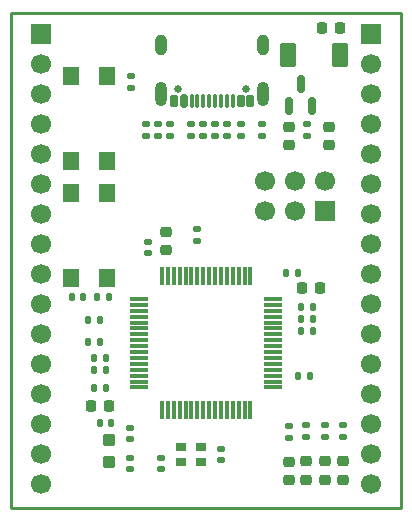
<source format=gbr>
%TF.GenerationSoftware,KiCad,Pcbnew,9.0.0*%
%TF.CreationDate,2025-09-12T19:21:47+01:00*%
%TF.ProjectId,OE PyBoard,4f452050-7942-46f6-9172-642e6b696361,rev?*%
%TF.SameCoordinates,Original*%
%TF.FileFunction,Soldermask,Top*%
%TF.FilePolarity,Negative*%
%FSLAX46Y46*%
G04 Gerber Fmt 4.6, Leading zero omitted, Abs format (unit mm)*
G04 Created by KiCad (PCBNEW 9.0.0) date 2025-09-12 19:21:47*
%MOMM*%
%LPD*%
G01*
G04 APERTURE LIST*
G04 Aperture macros list*
%AMRoundRect*
0 Rectangle with rounded corners*
0 $1 Rounding radius*
0 $2 $3 $4 $5 $6 $7 $8 $9 X,Y pos of 4 corners*
0 Add a 4 corners polygon primitive as box body*
4,1,4,$2,$3,$4,$5,$6,$7,$8,$9,$2,$3,0*
0 Add four circle primitives for the rounded corners*
1,1,$1+$1,$2,$3*
1,1,$1+$1,$4,$5*
1,1,$1+$1,$6,$7*
1,1,$1+$1,$8,$9*
0 Add four rect primitives between the rounded corners*
20,1,$1+$1,$2,$3,$4,$5,0*
20,1,$1+$1,$4,$5,$6,$7,0*
20,1,$1+$1,$6,$7,$8,$9,0*
20,1,$1+$1,$8,$9,$2,$3,0*%
G04 Aperture macros list end*
%ADD10RoundRect,0.135000X-0.135000X-0.185000X0.135000X-0.185000X0.135000X0.185000X-0.135000X0.185000X0*%
%ADD11RoundRect,0.218750X0.256250X-0.218750X0.256250X0.218750X-0.256250X0.218750X-0.256250X-0.218750X0*%
%ADD12RoundRect,0.140000X0.170000X-0.140000X0.170000X0.140000X-0.170000X0.140000X-0.170000X-0.140000X0*%
%ADD13RoundRect,0.135000X0.135000X0.185000X-0.135000X0.185000X-0.135000X-0.185000X0.135000X-0.185000X0*%
%ADD14RoundRect,0.140000X-0.170000X0.140000X-0.170000X-0.140000X0.170000X-0.140000X0.170000X0.140000X0*%
%ADD15C,0.650000*%
%ADD16RoundRect,0.150000X0.150000X0.400000X-0.150000X0.400000X-0.150000X-0.400000X0.150000X-0.400000X0*%
%ADD17RoundRect,0.075000X0.075000X0.500000X-0.075000X0.500000X-0.075000X-0.500000X0.075000X-0.500000X0*%
%ADD18RoundRect,0.150000X0.150000X0.425000X-0.150000X0.425000X-0.150000X-0.425000X0.150000X-0.425000X0*%
%ADD19O,1.000000X2.100000*%
%ADD20O,1.000000X1.800000*%
%ADD21RoundRect,0.135000X-0.185000X0.135000X-0.185000X-0.135000X0.185000X-0.135000X0.185000X0.135000X0*%
%ADD22RoundRect,0.250000X-0.300000X0.275000X-0.300000X-0.275000X0.300000X-0.275000X0.300000X0.275000X0*%
%ADD23RoundRect,0.225000X0.250000X-0.225000X0.250000X0.225000X-0.250000X0.225000X-0.250000X-0.225000X0*%
%ADD24RoundRect,0.147500X-0.172500X0.147500X-0.172500X-0.147500X0.172500X-0.147500X0.172500X0.147500X0*%
%ADD25RoundRect,0.225000X0.225000X0.250000X-0.225000X0.250000X-0.225000X-0.250000X0.225000X-0.250000X0*%
%ADD26R,1.700000X1.700000*%
%ADD27C,1.700000*%
%ADD28RoundRect,0.225000X-0.225000X-0.250000X0.225000X-0.250000X0.225000X0.250000X-0.225000X0.250000X0*%
%ADD29RoundRect,0.135000X0.185000X-0.135000X0.185000X0.135000X-0.185000X0.135000X-0.185000X-0.135000X0*%
%ADD30RoundRect,0.140000X-0.140000X-0.170000X0.140000X-0.170000X0.140000X0.170000X-0.140000X0.170000X0*%
%ADD31RoundRect,0.250000X0.450000X0.800000X-0.450000X0.800000X-0.450000X-0.800000X0.450000X-0.800000X0*%
%ADD32R,0.900000X0.800000*%
%ADD33RoundRect,0.225000X-0.250000X0.225000X-0.250000X-0.225000X0.250000X-0.225000X0.250000X0.225000X0*%
%ADD34R,1.400000X1.600000*%
%ADD35RoundRect,0.140000X0.140000X0.170000X-0.140000X0.170000X-0.140000X-0.170000X0.140000X-0.170000X0*%
%ADD36RoundRect,0.075000X0.075000X-0.700000X0.075000X0.700000X-0.075000X0.700000X-0.075000X-0.700000X0*%
%ADD37RoundRect,0.075000X0.700000X-0.075000X0.700000X0.075000X-0.700000X0.075000X-0.700000X-0.075000X0*%
%ADD38RoundRect,0.150000X0.150000X-0.587500X0.150000X0.587500X-0.150000X0.587500X-0.150000X-0.587500X0*%
%TA.AperFunction,Profile*%
%ADD39C,0.230000*%
%TD*%
G04 APERTURE END LIST*
D10*
%TO.C,R11*%
X133519000Y-123442000D03*
X132499000Y-123442000D03*
%TD*%
D11*
%TO.C,D6*%
X153543000Y-133756500D03*
X153543000Y-132181500D03*
%TD*%
D12*
%TO.C,C20*%
X135509000Y-130272000D03*
X135509000Y-129312000D03*
%TD*%
D13*
%TO.C,R14*%
X132968991Y-120197838D03*
X131948991Y-120197838D03*
%TD*%
D14*
%TO.C,C11*%
X138938000Y-103632000D03*
X138938000Y-104592000D03*
%TD*%
D15*
%TO.C,J3*%
X145384000Y-100611000D03*
X139604000Y-100611000D03*
D16*
X145694000Y-101686000D03*
X144894000Y-101686000D03*
D17*
X143744000Y-101686000D03*
X142744000Y-101686000D03*
X142244000Y-101686000D03*
X141244000Y-101686000D03*
D18*
X140094000Y-101686000D03*
D16*
X139294000Y-101686000D03*
X139294000Y-101686000D03*
D18*
X140094000Y-101686000D03*
D17*
X140744000Y-101686000D03*
X141744000Y-101686000D03*
X143244000Y-101686000D03*
X144244000Y-101686000D03*
D16*
X144894000Y-101686000D03*
X145694000Y-101686000D03*
D19*
X146814000Y-101111000D03*
D20*
X146814000Y-96931000D03*
D19*
X138174000Y-101111000D03*
D20*
X138174000Y-96931000D03*
%TD*%
D21*
%TO.C,R4*%
X140716000Y-103592000D03*
X140716000Y-104612000D03*
%TD*%
D22*
%TO.C,X3*%
X133731000Y-130391000D03*
X133731000Y-132241000D03*
%TD*%
D23*
%TO.C,C9*%
X138557000Y-114311000D03*
X138557000Y-112761000D03*
%TD*%
D21*
%TO.C,R6*%
X141224000Y-112518000D03*
X141224000Y-113538000D03*
%TD*%
D13*
%TO.C,R12*%
X151045000Y-120140000D03*
X150025000Y-120140000D03*
%TD*%
D24*
%TO.C,FB2*%
X150495000Y-103655000D03*
X150495000Y-104625000D03*
%TD*%
D10*
%TO.C,R15*%
X150025000Y-121156000D03*
X151045000Y-121156000D03*
%TD*%
D21*
%TO.C,R19*%
X150444200Y-129117000D03*
X150444200Y-130137000D03*
%TD*%
%TO.C,R20*%
X152019000Y-129117000D03*
X152019000Y-130137000D03*
%TD*%
D25*
%TO.C,C15*%
X153340400Y-95504000D03*
X151790400Y-95504000D03*
%TD*%
D11*
%TO.C,D3*%
X148971000Y-133767300D03*
X148971000Y-132192300D03*
%TD*%
D13*
%TO.C,R13*%
X151045000Y-119124000D03*
X150025000Y-119124000D03*
%TD*%
D26*
%TO.C,J6*%
X128016000Y-96012000D03*
D27*
X128016000Y-98552000D03*
X128016000Y-101092000D03*
X128016000Y-103632000D03*
X128016000Y-106172000D03*
X128016000Y-108712000D03*
X128016000Y-111252000D03*
X128016000Y-113792000D03*
X128016000Y-116332000D03*
X128016000Y-118872000D03*
X128016000Y-121412000D03*
X128016000Y-123952000D03*
X128016000Y-126492000D03*
X128016000Y-129032000D03*
X128016000Y-131572000D03*
X128016000Y-134112000D03*
%TD*%
D28*
%TO.C,C8*%
X150101000Y-117473000D03*
X151651000Y-117473000D03*
%TD*%
D21*
%TO.C,R22*%
X153593800Y-129117000D03*
X153593800Y-130137000D03*
%TD*%
D29*
%TO.C,R17*%
X135636000Y-100584000D03*
X135636000Y-99564000D03*
%TD*%
%TO.C,R7*%
X141732000Y-104612000D03*
X141732000Y-103592000D03*
%TD*%
D30*
%TO.C,C4*%
X148785000Y-116203000D03*
X149745000Y-116203000D03*
%TD*%
D31*
%TO.C,D2*%
X153330000Y-97739200D03*
X148930000Y-97739200D03*
%TD*%
D32*
%TO.C,X2*%
X139891000Y-132195000D03*
X141541000Y-132195000D03*
X141541000Y-130945000D03*
X139891000Y-130945000D03*
%TD*%
D33*
%TO.C,C16*%
X152400000Y-103873000D03*
X152400000Y-105423000D03*
%TD*%
D26*
%TO.C,J4*%
X152004000Y-111018000D03*
D27*
X152004000Y-108478000D03*
X149464000Y-111018000D03*
X149464000Y-108478000D03*
X146924000Y-111018000D03*
X146924000Y-108478000D03*
%TD*%
D14*
%TO.C,C14*%
X138176000Y-131852000D03*
X138176000Y-132812000D03*
%TD*%
D11*
%TO.C,D4*%
X150456200Y-133756500D03*
X150456200Y-132181500D03*
%TD*%
D30*
%TO.C,C7*%
X149801000Y-124966000D03*
X150761000Y-124966000D03*
%TD*%
D34*
%TO.C,RST2*%
X133580000Y-109428000D03*
X133580000Y-116628000D03*
X130580000Y-109428000D03*
X130580000Y-116628000D03*
%TD*%
D35*
%TO.C,C22*%
X131544000Y-118237000D03*
X130584000Y-118237000D03*
%TD*%
D25*
%TO.C,C3*%
X133784000Y-127506000D03*
X132234000Y-127506000D03*
%TD*%
D12*
%TO.C,C12*%
X136906000Y-104592000D03*
X136906000Y-103632000D03*
%TD*%
D10*
%TO.C,R21*%
X132713000Y-118237000D03*
X133733000Y-118237000D03*
%TD*%
D14*
%TO.C,C13*%
X143256000Y-131090000D03*
X143256000Y-132050000D03*
%TD*%
D36*
%TO.C,U2*%
X138236000Y-127847000D03*
X138736000Y-127847000D03*
X139236000Y-127847000D03*
X139736000Y-127847000D03*
X140236000Y-127847000D03*
X140736000Y-127847000D03*
X141236000Y-127847000D03*
X141736000Y-127847000D03*
X142236000Y-127847000D03*
X142736000Y-127847000D03*
X143236000Y-127847000D03*
X143736000Y-127847000D03*
X144236000Y-127847000D03*
X144736000Y-127847000D03*
X145236000Y-127847000D03*
X145736000Y-127847000D03*
D37*
X147661000Y-125922000D03*
X147661000Y-125422000D03*
X147661000Y-124922000D03*
X147661000Y-124422000D03*
X147661000Y-123922000D03*
X147661000Y-123422000D03*
X147661000Y-122922000D03*
X147661000Y-122422000D03*
X147661000Y-121922000D03*
X147661000Y-121422000D03*
X147661000Y-120922000D03*
X147661000Y-120422000D03*
X147661000Y-119922000D03*
X147661000Y-119422000D03*
X147661000Y-118922000D03*
X147661000Y-118422000D03*
D36*
X145736000Y-116497000D03*
X145236000Y-116497000D03*
X144736000Y-116497000D03*
X144236000Y-116497000D03*
X143736000Y-116497000D03*
X143236000Y-116497000D03*
X142736000Y-116497000D03*
X142236000Y-116497000D03*
X141736000Y-116497000D03*
X141236000Y-116497000D03*
X140736000Y-116497000D03*
X140236000Y-116497000D03*
X139736000Y-116497000D03*
X139236000Y-116497000D03*
X138736000Y-116497000D03*
X138236000Y-116497000D03*
D37*
X136311000Y-118422000D03*
X136311000Y-118922000D03*
X136311000Y-119422000D03*
X136311000Y-119922000D03*
X136311000Y-120422000D03*
X136311000Y-120922000D03*
X136311000Y-121422000D03*
X136311000Y-121922000D03*
X136311000Y-122422000D03*
X136311000Y-122922000D03*
X136311000Y-123422000D03*
X136311000Y-123922000D03*
X136311000Y-124422000D03*
X136311000Y-124922000D03*
X136311000Y-125422000D03*
X136311000Y-125922000D03*
%TD*%
D13*
%TO.C,R8*%
X133519000Y-124458000D03*
X132499000Y-124458000D03*
%TD*%
D29*
%TO.C,R9*%
X137922000Y-104622000D03*
X137922000Y-103602000D03*
%TD*%
D23*
%TO.C,C17*%
X148971000Y-105423000D03*
X148971000Y-103873000D03*
%TD*%
D21*
%TO.C,R3*%
X143764000Y-103592000D03*
X143764000Y-104612000D03*
%TD*%
D26*
%TO.C,J7*%
X155956000Y-96012000D03*
D27*
X155956000Y-98552000D03*
X155956000Y-101092000D03*
X155956000Y-103632000D03*
X155956000Y-106172000D03*
X155956000Y-108712000D03*
X155956000Y-111252000D03*
X155956000Y-113792000D03*
X155956000Y-116332000D03*
X155956000Y-118872000D03*
X155956000Y-121412000D03*
X155956000Y-123952000D03*
X155956000Y-126492000D03*
X155956000Y-129032000D03*
X155956000Y-131572000D03*
X155956000Y-134112000D03*
%TD*%
D10*
%TO.C,R10*%
X131951000Y-122045000D03*
X132971000Y-122045000D03*
%TD*%
D38*
%TO.C,U3*%
X149026800Y-102108000D03*
X150926800Y-102108000D03*
X149976800Y-100233000D03*
%TD*%
D11*
%TO.C,D5*%
X152019000Y-133756500D03*
X152019000Y-132181500D03*
%TD*%
D34*
%TO.C,USR2*%
X133580000Y-99522000D03*
X133580000Y-106722000D03*
X130580000Y-99522000D03*
X130580000Y-106722000D03*
%TD*%
D29*
%TO.C,R2*%
X144907000Y-104612000D03*
X144907000Y-103592000D03*
%TD*%
D35*
%TO.C,C6*%
X133489000Y-125982000D03*
X132529000Y-125982000D03*
%TD*%
D12*
%TO.C,C18*%
X146679178Y-104593471D03*
X146679178Y-103633471D03*
%TD*%
D21*
%TO.C,R18*%
X148971000Y-129159000D03*
X148971000Y-130179000D03*
%TD*%
D35*
%TO.C,C10*%
X133957000Y-128903000D03*
X132997000Y-128903000D03*
%TD*%
D14*
%TO.C,C19*%
X135509000Y-131852000D03*
X135509000Y-132812000D03*
%TD*%
D29*
%TO.C,R5*%
X142748000Y-104612000D03*
X142748000Y-103592000D03*
%TD*%
D12*
%TO.C,C5*%
X137033000Y-114524000D03*
X137033000Y-113564000D03*
%TD*%
D39*
X125476000Y-94232000D02*
X158496000Y-94232000D01*
X158496000Y-136142000D01*
X125476000Y-136142000D01*
X125476000Y-94232000D01*
M02*

</source>
